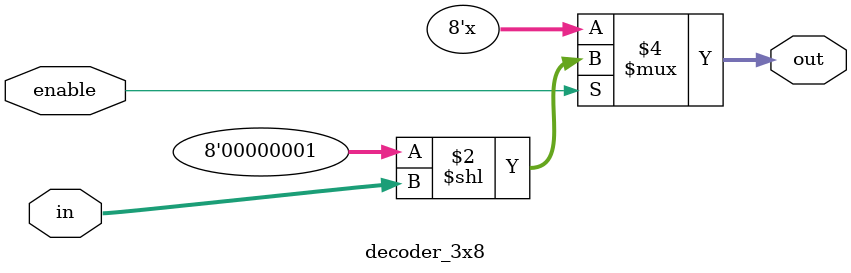
<source format=v>
`timescale 1ns / 1ps


module decoder_3x8(output reg [7:0]out,input [2:0]in,input enable);

always@(*)
begin

if(enable)
out=8'd1<<in;
else
out=8'dz;
end

endmodule

</source>
